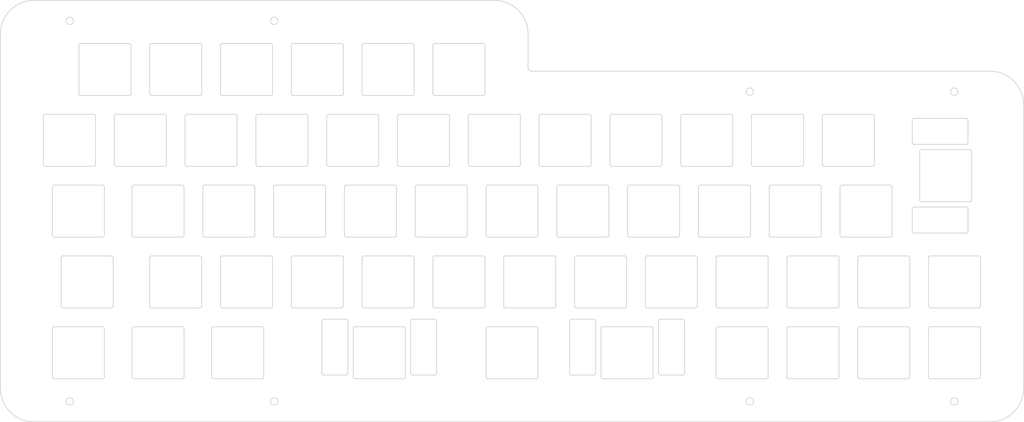
<source format=kicad_pcb>
(kicad_pcb (version 20171130) (host pcbnew "(5.1.4)-1")

  (general
    (thickness 1.6)
    (drawings 501)
    (tracks 0)
    (zones 0)
    (modules 0)
    (nets 1)
  )

  (page A4)
  (layers
    (0 F.Cu signal)
    (31 B.Cu signal)
    (32 B.Adhes user)
    (33 F.Adhes user)
    (34 B.Paste user)
    (35 F.Paste user)
    (36 B.SilkS user)
    (37 F.SilkS user)
    (38 B.Mask user)
    (39 F.Mask user)
    (40 Dwgs.User user)
    (41 Cmts.User user)
    (42 Eco1.User user)
    (43 Eco2.User user)
    (44 Edge.Cuts user)
    (45 Margin user)
    (46 B.CrtYd user)
    (47 F.CrtYd user)
    (48 B.Fab user)
    (49 F.Fab user)
  )

  (setup
    (last_trace_width 0.25)
    (trace_clearance 0.2)
    (zone_clearance 0.508)
    (zone_45_only no)
    (trace_min 0.2)
    (via_size 0.8)
    (via_drill 0.4)
    (via_min_size 0.4)
    (via_min_drill 0.3)
    (uvia_size 0.3)
    (uvia_drill 0.1)
    (uvias_allowed no)
    (uvia_min_size 0.2)
    (uvia_min_drill 0.1)
    (edge_width 0.05)
    (segment_width 0.2)
    (pcb_text_width 0.3)
    (pcb_text_size 1.5 1.5)
    (mod_edge_width 0.12)
    (mod_text_size 1 1)
    (mod_text_width 0.15)
    (pad_size 1.524 1.524)
    (pad_drill 0.762)
    (pad_to_mask_clearance 0.051)
    (solder_mask_min_width 0.25)
    (aux_axis_origin 0 0)
    (visible_elements FFFFFF7F)
    (pcbplotparams
      (layerselection 0x010fc_ffffffff)
      (usegerberextensions true)
      (usegerberattributes false)
      (usegerberadvancedattributes false)
      (creategerberjobfile false)
      (excludeedgelayer true)
      (linewidth 0.100000)
      (plotframeref false)
      (viasonmask false)
      (mode 1)
      (useauxorigin false)
      (hpglpennumber 1)
      (hpglpenspeed 20)
      (hpglpendiameter 15.000000)
      (psnegative false)
      (psa4output false)
      (plotreference true)
      (plotvalue true)
      (plotinvisibletext false)
      (padsonsilk false)
      (subtractmaskfromsilk true)
      (outputformat 1)
      (mirror false)
      (drillshape 0)
      (scaleselection 1)
      (outputdirectory ""))
  )

  (net 0 "")

  (net_class Default "This is the default net class."
    (clearance 0.2)
    (trace_width 0.25)
    (via_dia 0.8)
    (via_drill 0.4)
    (uvia_dia 0.3)
    (uvia_drill 0.1)
  )

  (gr_line (start 78.27 49.022) (end 78.27 62.022) (layer Edge.Cuts) (width 0.2))
  (gr_arc (start 115.87 49.022) (end 116.37 49.022) (angle -90) (layer Edge.Cuts) (width 0.2))
  (gr_line (start 102.87 62.522) (end 115.87 62.522) (layer Edge.Cuts) (width 0.2))
  (gr_line (start 97.32 49.022) (end 97.32 62.022) (layer Edge.Cuts) (width 0.2))
  (gr_arc (start 96.82 49.022) (end 97.32 49.022) (angle -90) (layer Edge.Cuts) (width 0.2))
  (gr_line (start 102.37 49.022) (end 102.37 62.022) (layer Edge.Cuts) (width 0.2))
  (gr_arc (start 77.77 62.022) (end 77.77 62.522) (angle -90) (layer Edge.Cuts) (width 0.2))
  (gr_arc (start 96.82 62.022) (end 96.82 62.522) (angle -90) (layer Edge.Cuts) (width 0.2))
  (gr_arc (start 83.82 49.022) (end 83.82 48.522) (angle -90) (layer Edge.Cuts) (width 0.2))
  (gr_arc (start 115.87 62.021999) (end 115.87 62.522) (angle -90) (layer Edge.Cuts) (width 0.2))
  (gr_arc (start 83.82 62.022) (end 83.32 62.022) (angle -90) (layer Edge.Cuts) (width 0.2))
  (gr_line (start 96.82 62.522) (end 83.82 62.522) (layer Edge.Cuts) (width 0.2))
  (gr_arc (start 64.77 62.022) (end 64.27 62.022) (angle -90) (layer Edge.Cuts) (width 0.2))
  (gr_line (start 64.27 62.022) (end 64.27 49.022) (layer Edge.Cuts) (width 0.2))
  (gr_line (start 77.77 62.522) (end 64.77 62.522) (layer Edge.Cuts) (width 0.2))
  (gr_arc (start 102.87 62.022) (end 102.37 62.022) (angle -90) (layer Edge.Cuts) (width 0.2))
  (gr_line (start 83.82 48.522) (end 96.82 48.522) (layer Edge.Cuts) (width 0.2))
  (gr_line (start 116.37 62.022) (end 116.37 49.022) (layer Edge.Cuts) (width 0.2))
  (gr_arc (start 77.77 49.022) (end 78.27 49.022) (angle -90) (layer Edge.Cuts) (width 0.2))
  (gr_arc (start 102.87 49.022) (end 102.87 48.522) (angle -90) (layer Edge.Cuts) (width 0.2))
  (gr_line (start 115.87 48.522) (end 102.87 48.522) (layer Edge.Cuts) (width 0.2))
  (gr_line (start 83.32 62.022) (end 83.32 49.022) (layer Edge.Cuts) (width 0.2))
  (gr_circle (center 271.220859 125.771918) (end 272.220859 125.771918) (layer Edge.Cuts) (width 0.2))
  (gr_circle (center 88.243859 125.771918) (end 89.243859 125.771918) (layer Edge.Cuts) (width 0.2))
  (gr_circle (center 33.243859 23.371919) (end 34.243859 23.371919) (layer Edge.Cuts) (width 0.2))
  (gr_line (start 280.82 131.272) (end 23.645 131.272) (layer Edge.Cuts) (width 0.2))
  (gr_circle (center 216.220859 42.421918) (end 217.220859 42.421918) (layer Edge.Cuts) (width 0.2))
  (gr_circle (center 216.220859 125.771918) (end 217.220859 125.771918) (layer Edge.Cuts) (width 0.2))
  (gr_circle (center 271.220859 42.421918) (end 272.220859 42.421918) (layer Edge.Cuts) (width 0.2))
  (gr_arc (start 23.645 122.197) (end 14.57 122.197) (angle -90) (layer Edge.Cuts) (width 0.2))
  (gr_circle (center 33.243859 125.771918) (end 34.243859 125.771918) (layer Edge.Cuts) (width 0.2))
  (gr_line (start 14.57 122.197) (end 14.57 26.947) (layer Edge.Cuts) (width 0.2))
  (gr_arc (start 280.819999 122.196999) (end 280.82 131.272) (angle -90) (layer Edge.Cuts) (width 0.2))
  (gr_line (start 93.345 100.622) (end 106.345 100.622) (layer Edge.Cuts) (width 0.2))
  (gr_line (start 149.995 100.122) (end 149.995 87.122) (layer Edge.Cuts) (width 0.2))
  (gr_line (start 150.495 86.622) (end 163.495 86.622) (layer Edge.Cuts) (width 0.2))
  (gr_arc (start 147.47 26.947) (end 156.545 26.947) (angle -90) (layer Edge.Cuts) (width 0.2))
  (gr_line (start 254.4825 68.072) (end 254.4825 81.072) (layer Edge.Cuts) (width 0.2))
  (gr_arc (start 163.495 87.122) (end 163.995 87.122) (angle -90) (layer Edge.Cuts) (width 0.2))
  (gr_line (start 92.845 87.122) (end 92.845 100.122) (layer Edge.Cuts) (width 0.2))
  (gr_arc (start 150.495 87.121999) (end 150.495 86.622) (angle -90) (layer Edge.Cuts) (width 0.2))
  (gr_line (start 240.9825 67.572) (end 253.9825 67.571999) (layer Edge.Cuts) (width 0.2))
  (gr_arc (start 253.9825 81.071999) (end 253.9825 81.572) (angle -90) (layer Edge.Cuts) (width 0.2))
  (gr_line (start 106.845 100.122) (end 106.845 87.122) (layer Edge.Cuts) (width 0.2))
  (gr_arc (start 106.345 100.122) (end 106.345 100.622) (angle -90) (layer Edge.Cuts) (width 0.2))
  (gr_line (start 289.895 45.996737) (end 289.895 122.196999) (layer Edge.Cuts) (width 0.2))
  (gr_arc (start 106.345 87.122) (end 106.845 87.122) (angle -90) (layer Edge.Cuts) (width 0.2))
  (gr_arc (start 280.82 45.996737) (end 289.895 45.996737) (angle -90) (layer Edge.Cuts) (width 0.2))
  (gr_line (start 272.322328 36.921737) (end 280.82 36.921737) (layer Edge.Cuts) (width 0.2))
  (gr_line (start 157.47 36.921737) (end 272.322328 36.921737) (layer Edge.Cuts) (width 0.2))
  (gr_arc (start 23.645 26.947) (end 23.645 17.872) (angle -90) (layer Edge.Cuts) (width 0.2))
  (gr_arc (start 240.9825 68.072) (end 240.9825 67.572) (angle -90) (layer Edge.Cuts) (width 0.2))
  (gr_line (start 163.495 100.622) (end 150.495 100.622) (layer Edge.Cuts) (width 0.2))
  (gr_arc (start 253.9825 68.072) (end 254.4825 68.072) (angle -90) (layer Edge.Cuts) (width 0.2))
  (gr_line (start 163.995 87.122) (end 163.995 100.122) (layer Edge.Cuts) (width 0.2))
  (gr_arc (start 240.9825 81.072) (end 240.4825 81.072) (angle -90) (layer Edge.Cuts) (width 0.2))
  (gr_line (start 253.9825 81.572) (end 240.9825 81.572) (layer Edge.Cuts) (width 0.2))
  (gr_circle (center 88.243743 23.371857) (end 89.243743 23.371857) (layer Edge.Cuts) (width 0.2))
  (gr_arc (start 93.345 100.122) (end 92.845 100.122) (angle -90) (layer Edge.Cuts) (width 0.2))
  (gr_arc (start 150.495 100.122) (end 149.995 100.122) (angle -90) (layer Edge.Cuts) (width 0.2))
  (gr_arc (start 157.47 35.996737) (end 156.545 35.996737) (angle -90) (layer Edge.Cuts) (width 0.2))
  (gr_arc (start 163.495 100.122) (end 163.495 100.622) (angle -90) (layer Edge.Cuts) (width 0.2))
  (gr_line (start 240.4825 81.072) (end 240.4825 68.072) (layer Edge.Cuts) (width 0.2))
  (gr_line (start 23.645 17.872) (end 147.47 17.872) (layer Edge.Cuts) (width 0.2))
  (gr_line (start 156.545 26.947) (end 156.545 35.996737) (layer Edge.Cuts) (width 0.2))
  (gr_line (start 73.795 100.122) (end 73.795 87.122) (layer Edge.Cuts) (width 0.2))
  (gr_line (start 68.744999 100.122) (end 68.744999 87.122) (layer Edge.Cuts) (width 0.2))
  (gr_arc (start 55.244999 87.122) (end 55.245 86.622) (angle -90) (layer Edge.Cuts) (width 0.2))
  (gr_arc (start 68.244999 87.122) (end 68.744999 87.122) (angle -90) (layer Edge.Cuts) (width 0.2))
  (gr_line (start 55.245 100.622) (end 68.245 100.622) (layer Edge.Cuts) (width 0.2))
  (gr_arc (start 93.345 87.122) (end 93.345 86.622) (angle -90) (layer Edge.Cuts) (width 0.2))
  (gr_arc (start 215.8825 81.071999) (end 215.8825 81.572) (angle -90) (layer Edge.Cuts) (width 0.2))
  (gr_arc (start 74.295 100.122) (end 73.795 100.122) (angle -90) (layer Edge.Cuts) (width 0.2))
  (gr_line (start 87.795 87.122) (end 87.795 100.122) (layer Edge.Cuts) (width 0.2))
  (gr_line (start 202.3825 68.072) (end 202.3825 81.072) (layer Edge.Cuts) (width 0.2))
  (gr_line (start 215.8825 67.572) (end 202.8825 67.572) (layer Edge.Cuts) (width 0.2))
  (gr_line (start 87.295 100.622) (end 74.295 100.622) (layer Edge.Cuts) (width 0.2))
  (gr_line (start 106.345 86.622) (end 93.345 86.622) (layer Edge.Cuts) (width 0.2))
  (gr_line (start 202.8825 81.572) (end 215.8825 81.572) (layer Edge.Cuts) (width 0.2))
  (gr_arc (start 202.8825 81.072) (end 202.3825 81.072) (angle -90) (layer Edge.Cuts) (width 0.2))
  (gr_arc (start 87.295 100.122) (end 87.295 100.622) (angle -90) (layer Edge.Cuts) (width 0.2))
  (gr_line (start 74.295 86.622) (end 87.295 86.622) (layer Edge.Cuts) (width 0.2))
  (gr_line (start 68.245 86.622) (end 55.245 86.622) (layer Edge.Cuts) (width 0.2))
  (gr_arc (start 55.245 100.122) (end 54.745 100.122) (angle -90) (layer Edge.Cuts) (width 0.2))
  (gr_arc (start 87.295 87.122) (end 87.795 87.122) (angle -90) (layer Edge.Cuts) (width 0.2))
  (gr_arc (start 68.244999 100.122) (end 68.245 100.622) (angle -90) (layer Edge.Cuts) (width 0.2))
  (gr_arc (start 215.8825 68.072) (end 216.3825 68.072) (angle -90) (layer Edge.Cuts) (width 0.2))
  (gr_line (start 216.3825 81.072) (end 216.3825 68.072) (layer Edge.Cuts) (width 0.2))
  (gr_line (start 54.745 87.122) (end 54.745 100.122) (layer Edge.Cuts) (width 0.2))
  (gr_arc (start 202.8825 68.072) (end 202.8825 67.572) (angle -90) (layer Edge.Cuts) (width 0.2))
  (gr_arc (start 74.295 87.122) (end 74.295 86.622) (angle -90) (layer Edge.Cuts) (width 0.2))
  (gr_arc (start 31.432499 87.122) (end 31.4325 86.622) (angle -90) (layer Edge.Cuts) (width 0.2))
  (gr_line (start 30.9325 100.122) (end 30.9325 87.122) (layer Edge.Cuts) (width 0.2))
  (gr_arc (start 31.4325 100.122) (end 30.9325 100.122) (angle -90) (layer Edge.Cuts) (width 0.2))
  (gr_arc (start 144.445 100.121999) (end 144.445 100.622) (angle -90) (layer Edge.Cuts) (width 0.2))
  (gr_line (start 125.895 87.122) (end 125.895 100.122) (layer Edge.Cuts) (width 0.2))
  (gr_arc (start 131.445 87.122) (end 131.445 86.622) (angle -90) (layer Edge.Cuts) (width 0.2))
  (gr_arc (start 125.395 87.122) (end 125.895 87.122) (angle -90) (layer Edge.Cuts) (width 0.2))
  (gr_line (start 144.945 100.122) (end 144.945 87.122) (layer Edge.Cuts) (width 0.2))
  (gr_line (start 44.4325 100.622) (end 31.4325 100.622) (layer Edge.Cuts) (width 0.2))
  (gr_arc (start 144.445 87.122) (end 144.945 87.122) (angle -90) (layer Edge.Cuts) (width 0.2))
  (gr_line (start 112.395 86.622) (end 125.395 86.622) (layer Edge.Cuts) (width 0.2))
  (gr_arc (start 120.6325 81.072) (end 120.6325 81.572) (angle -90) (layer Edge.Cuts) (width 0.2))
  (gr_arc (start 107.632499 68.072) (end 107.6325 67.572) (angle -90) (layer Edge.Cuts) (width 0.2))
  (gr_arc (start 112.395 100.122) (end 111.895 100.122) (angle -90) (layer Edge.Cuts) (width 0.2))
  (gr_line (start 125.395 100.622) (end 112.395 100.622) (layer Edge.Cuts) (width 0.2))
  (gr_arc (start 107.632499 81.072) (end 107.132499 81.072) (angle -90) (layer Edge.Cuts) (width 0.2))
  (gr_line (start 107.132499 81.072) (end 107.132499 68.072) (layer Edge.Cuts) (width 0.2))
  (gr_arc (start 44.4325 100.122) (end 44.4325 100.622) (angle -90) (layer Edge.Cuts) (width 0.2))
  (gr_line (start 107.6325 67.572) (end 120.6325 67.571999) (layer Edge.Cuts) (width 0.2))
  (gr_line (start 144.445 86.622) (end 131.445 86.622) (layer Edge.Cuts) (width 0.2))
  (gr_line (start 111.895 100.122) (end 111.895 87.122) (layer Edge.Cuts) (width 0.2))
  (gr_line (start 131.445 100.622) (end 144.445 100.622) (layer Edge.Cuts) (width 0.2))
  (gr_arc (start 112.395 87.122) (end 112.395 86.622) (angle -90) (layer Edge.Cuts) (width 0.2))
  (gr_line (start 130.945 87.122) (end 130.945 100.122) (layer Edge.Cuts) (width 0.2))
  (gr_arc (start 120.6325 68.072) (end 121.1325 68.072) (angle -90) (layer Edge.Cuts) (width 0.2))
  (gr_line (start 44.9325 87.122) (end 44.9325 100.122) (layer Edge.Cuts) (width 0.2))
  (gr_arc (start 44.4325 87.122) (end 44.9325 87.122) (angle -90) (layer Edge.Cuts) (width 0.2))
  (gr_arc (start 131.445 100.122) (end 130.945 100.122) (angle -90) (layer Edge.Cuts) (width 0.2))
  (gr_arc (start 125.395 100.122) (end 125.395 100.622) (angle -90) (layer Edge.Cuts) (width 0.2))
  (gr_line (start 121.1325 68.072) (end 121.1325 81.072) (layer Edge.Cuts) (width 0.2))
  (gr_line (start 120.6325 81.572) (end 107.6325 81.572) (layer Edge.Cuts) (width 0.2))
  (gr_line (start 31.4325 86.622) (end 44.4325 86.622) (layer Edge.Cuts) (width 0.2))
  (gr_line (start 259.91375 79.985) (end 259.91375 73.985) (layer Edge.Cuts) (width 0.2))
  (gr_line (start 274.91375 73.985) (end 274.91375 79.985) (layer Edge.Cuts) (width 0.2))
  (gr_arc (start 88.5825 81.072) (end 88.0825 81.072) (angle -90) (layer Edge.Cuts) (width 0.2))
  (gr_line (start 101.5825 81.572) (end 88.5825 81.572) (layer Edge.Cuts) (width 0.2))
  (gr_arc (start 101.5825 81.072) (end 101.5825 81.572) (angle -90) (layer Edge.Cuts) (width 0.2))
  (gr_line (start 102.0825 68.072) (end 102.0825 81.072) (layer Edge.Cuts) (width 0.2))
  (gr_arc (start 101.5825 68.072) (end 102.0825 68.072) (angle -90) (layer Edge.Cuts) (width 0.2))
  (gr_arc (start 88.5825 68.072) (end 88.5825 67.572) (angle -90) (layer Edge.Cuts) (width 0.2))
  (gr_line (start 178.2825 68.072) (end 178.2825 81.072) (layer Edge.Cuts) (width 0.2))
  (gr_line (start 88.5825 67.572) (end 101.5825 67.572) (layer Edge.Cuts) (width 0.2))
  (gr_line (start 88.0825 81.072) (end 88.0825 68.072) (layer Edge.Cuts) (width 0.2))
  (gr_line (start 164.7825 67.572) (end 177.7825 67.571999) (layer Edge.Cuts) (width 0.2))
  (gr_line (start 164.2825 81.072) (end 164.2825 68.072) (layer Edge.Cuts) (width 0.2))
  (gr_line (start 177.7825 81.572) (end 164.7825 81.572) (layer Edge.Cuts) (width 0.2))
  (gr_arc (start 177.7825 81.071999) (end 177.7825 81.572) (angle -90) (layer Edge.Cuts) (width 0.2))
  (gr_arc (start 260.41375 73.985) (end 260.41375 73.485) (angle -90) (layer Edge.Cuts) (width 0.2))
  (gr_arc (start 164.7825 68.072) (end 164.7825 67.572) (angle -90) (layer Edge.Cuts) (width 0.2))
  (gr_arc (start 177.7825 68.072) (end 178.2825 68.072) (angle -90) (layer Edge.Cuts) (width 0.2))
  (gr_line (start 260.41375 73.485) (end 274.41375 73.485) (layer Edge.Cuts) (width 0.2))
  (gr_arc (start 260.41375 79.985) (end 259.91375 79.985) (angle -90) (layer Edge.Cuts) (width 0.2))
  (gr_arc (start 274.41375 73.985) (end 274.91375 73.985) (angle -90) (layer Edge.Cuts) (width 0.2))
  (gr_arc (start 274.41375 79.985) (end 274.41375 80.485) (angle -90) (layer Edge.Cuts) (width 0.2))
  (gr_arc (start 236.22 62.022) (end 235.72 62.022) (angle -90) (layer Edge.Cuts) (width 0.2))
  (gr_line (start 249.22 62.522) (end 236.22 62.522) (layer Edge.Cuts) (width 0.2))
  (gr_arc (start 164.7825 81.072) (end 164.2825 81.072) (angle -90) (layer Edge.Cuts) (width 0.2))
  (gr_line (start 274.41375 80.485) (end 260.41375 80.485) (layer Edge.Cuts) (width 0.2))
  (gr_line (start 183.8325 81.572) (end 196.8325 81.572) (layer Edge.Cuts) (width 0.2))
  (gr_arc (start 183.8325 81.072) (end 183.3325 81.072) (angle -90) (layer Edge.Cuts) (width 0.2))
  (gr_line (start 183.3325 68.072) (end 183.3325 81.072) (layer Edge.Cuts) (width 0.2))
  (gr_arc (start 183.8325 68.072) (end 183.8325 67.572) (angle -90) (layer Edge.Cuts) (width 0.2))
  (gr_arc (start 234.9325 81.071999) (end 234.9325 81.572) (angle -90) (layer Edge.Cuts) (width 0.2))
  (gr_line (start 159.2325 68.072) (end 159.2325 81.072) (layer Edge.Cuts) (width 0.2))
  (gr_line (start 196.8325 67.572) (end 183.8325 67.572) (layer Edge.Cuts) (width 0.2))
  (gr_arc (start 196.8325 68.072) (end 197.3325 68.072) (angle -90) (layer Edge.Cuts) (width 0.2))
  (gr_arc (start 234.9325 68.072) (end 235.4325 68.072) (angle -90) (layer Edge.Cuts) (width 0.2))
  (gr_line (start 235.4325 81.072) (end 235.4325 68.072) (layer Edge.Cuts) (width 0.2))
  (gr_line (start 140.1825 68.072) (end 140.1825 81.072) (layer Edge.Cuts) (width 0.2))
  (gr_line (start 221.9325 81.572) (end 234.9325 81.572) (layer Edge.Cuts) (width 0.2))
  (gr_line (start 197.3325 81.072) (end 197.3325 68.072) (layer Edge.Cuts) (width 0.2))
  (gr_arc (start 158.7325 68.072) (end 159.2325 68.072) (angle -90) (layer Edge.Cuts) (width 0.2))
  (gr_arc (start 158.7325 81.072) (end 158.7325 81.572) (angle -90) (layer Edge.Cuts) (width 0.2))
  (gr_arc (start 139.6825 68.072) (end 140.1825 68.072) (angle -90) (layer Edge.Cuts) (width 0.2))
  (gr_line (start 126.6825 67.572) (end 139.6825 67.571999) (layer Edge.Cuts) (width 0.2))
  (gr_line (start 126.1825 81.072) (end 126.1825 68.072) (layer Edge.Cuts) (width 0.2))
  (gr_arc (start 221.9325 68.071999) (end 221.9325 67.572) (angle -90) (layer Edge.Cuts) (width 0.2))
  (gr_line (start 234.9325 67.572) (end 221.9325 67.572) (layer Edge.Cuts) (width 0.2))
  (gr_line (start 145.7325 67.572) (end 158.7325 67.571999) (layer Edge.Cuts) (width 0.2))
  (gr_line (start 145.2325 81.072) (end 145.2325 68.072) (layer Edge.Cuts) (width 0.2))
  (gr_arc (start 145.7325 81.072) (end 145.2325 81.072) (angle -90) (layer Edge.Cuts) (width 0.2))
  (gr_arc (start 126.6825 81.072) (end 126.1825 81.072) (angle -90) (layer Edge.Cuts) (width 0.2))
  (gr_line (start 139.6825 81.572) (end 126.6825 81.572) (layer Edge.Cuts) (width 0.2))
  (gr_arc (start 139.6825 81.072) (end 139.6825 81.572) (angle -90) (layer Edge.Cuts) (width 0.2))
  (gr_arc (start 221.9325 81.072) (end 221.4325 81.072) (angle -90) (layer Edge.Cuts) (width 0.2))
  (gr_line (start 158.7325 81.572) (end 145.7325 81.572) (layer Edge.Cuts) (width 0.2))
  (gr_arc (start 126.6825 68.072) (end 126.6825 67.572) (angle -90) (layer Edge.Cuts) (width 0.2))
  (gr_line (start 221.4325 68.072) (end 221.4325 81.072) (layer Edge.Cuts) (width 0.2))
  (gr_arc (start 196.8325 81.071999) (end 196.8325 81.572) (angle -90) (layer Edge.Cuts) (width 0.2))
  (gr_arc (start 145.7325 68.072) (end 145.7325 67.572) (angle -90) (layer Edge.Cuts) (width 0.2))
  (gr_line (start 230.67 49.022) (end 230.67 62.022) (layer Edge.Cuts) (width 0.2))
  (gr_arc (start 249.22 62.022) (end 249.22 62.522) (angle -90) (layer Edge.Cuts) (width 0.2))
  (gr_line (start 217.17 48.522) (end 230.17 48.521999) (layer Edge.Cuts) (width 0.2))
  (gr_arc (start 29.05125 68.072) (end 29.05125 67.572) (angle -90) (layer Edge.Cuts) (width 0.2))
  (gr_arc (start 63.4825 68.072) (end 63.9825 68.072) (angle -90) (layer Edge.Cuts) (width 0.2))
  (gr_arc (start 249.22 49.021999) (end 249.72 49.022) (angle -90) (layer Edge.Cuts) (width 0.2))
  (gr_line (start 249.72 49.022) (end 249.72 62.022) (layer Edge.Cuts) (width 0.2))
  (gr_line (start 49.9825 68.072) (end 49.9825 81.072) (layer Edge.Cuts) (width 0.2))
  (gr_line (start 236.22 48.522) (end 249.22 48.521999) (layer Edge.Cuts) (width 0.2))
  (gr_line (start 42.55125 81.072) (end 42.55125 68.072) (layer Edge.Cuts) (width 0.2))
  (gr_arc (start 236.22 49.022) (end 236.22 48.522) (angle -90) (layer Edge.Cuts) (width 0.2))
  (gr_arc (start 42.05125 68.072) (end 42.55125 68.072) (angle -90) (layer Edge.Cuts) (width 0.2))
  (gr_arc (start 42.05125 81.072) (end 42.05125 81.572) (angle -90) (layer Edge.Cuts) (width 0.2))
  (gr_line (start 29.051249 81.572) (end 42.05125 81.572) (layer Edge.Cuts) (width 0.2))
  (gr_arc (start 29.051249 81.072) (end 28.55125 81.072) (angle -90) (layer Edge.Cuts) (width 0.2))
  (gr_line (start 235.72 62.022) (end 235.72 49.022) (layer Edge.Cuts) (width 0.2))
  (gr_arc (start 63.4825 81.071999) (end 63.4825 81.572) (angle -90) (layer Edge.Cuts) (width 0.2))
  (gr_line (start 50.4825 81.572) (end 63.4825 81.572) (layer Edge.Cuts) (width 0.2))
  (gr_arc (start 50.482499 81.072) (end 49.9825 81.072) (angle -90) (layer Edge.Cuts) (width 0.2))
  (gr_arc (start 230.17 49.021999) (end 230.67 49.022) (angle -90) (layer Edge.Cuts) (width 0.2))
  (gr_line (start 28.55125 68.072) (end 28.55125 81.072) (layer Edge.Cuts) (width 0.2))
  (gr_arc (start 50.4825 68.072) (end 50.4825 67.572) (angle -90) (layer Edge.Cuts) (width 0.2))
  (gr_line (start 42.05125 67.572) (end 29.05125 67.572) (layer Edge.Cuts) (width 0.2))
  (gr_arc (start 230.17 62.022) (end 230.17 62.522) (angle -90) (layer Edge.Cuts) (width 0.2))
  (gr_line (start 63.4825 67.572) (end 50.4825 67.572) (layer Edge.Cuts) (width 0.2))
  (gr_line (start 63.9825 81.072) (end 63.9825 68.072) (layer Edge.Cuts) (width 0.2))
  (gr_arc (start 217.17 62.022) (end 216.67 62.022) (angle -90) (layer Edge.Cuts) (width 0.2))
  (gr_arc (start 262.41375 58.547) (end 262.41375 58.047) (angle -90) (layer Edge.Cuts) (width 0.2))
  (gr_line (start 261.91375 71.547) (end 261.91375 58.547) (layer Edge.Cuts) (width 0.2))
  (gr_arc (start 262.41375 71.547) (end 261.91375 71.547) (angle -90) (layer Edge.Cuts) (width 0.2))
  (gr_arc (start 274.41375 56.109) (end 274.41375 56.609) (angle -90) (layer Edge.Cuts) (width 0.2))
  (gr_line (start 69.0325 68.072) (end 69.0325 81.072) (layer Edge.Cuts) (width 0.2))
  (gr_line (start 274.91375 50.109) (end 274.91375 56.109) (layer Edge.Cuts) (width 0.2))
  (gr_line (start 274.41375 56.609) (end 260.41375 56.609) (layer Edge.Cuts) (width 0.2))
  (gr_line (start 69.5325 81.572) (end 82.5325 81.572) (layer Edge.Cuts) (width 0.2))
  (gr_arc (start 82.5325 81.072) (end 82.5325 81.572) (angle -90) (layer Edge.Cuts) (width 0.2))
  (gr_line (start 275.41375 72.046999) (end 262.41375 72.047) (layer Edge.Cuts) (width 0.2))
  (gr_arc (start 275.41375 71.546999) (end 275.41375 72.046999) (angle -90) (layer Edge.Cuts) (width 0.2))
  (gr_arc (start 277.795 119.172) (end 277.795 119.672) (angle -90) (layer Edge.Cuts) (width 0.2))
  (gr_arc (start 260.41375 56.109) (end 259.91375 56.109) (angle -90) (layer Edge.Cuts) (width 0.2))
  (gr_line (start 259.91375 56.109) (end 259.91375 50.109) (layer Edge.Cuts) (width 0.2))
  (gr_arc (start 274.41375 50.108999) (end 274.91375 50.109) (angle -90) (layer Edge.Cuts) (width 0.2))
  (gr_arc (start 264.795 119.171999) (end 264.295 119.172) (angle -90) (layer Edge.Cuts) (width 0.2))
  (gr_arc (start 275.41375 58.547) (end 275.91375 58.547) (angle -90) (layer Edge.Cuts) (width 0.2))
  (gr_arc (start 69.5325 81.072) (end 69.0325 81.072) (angle -90) (layer Edge.Cuts) (width 0.2))
  (gr_arc (start 82.5325 68.071999) (end 83.0325 68.072) (angle -90) (layer Edge.Cuts) (width 0.2))
  (gr_arc (start 260.41375 50.109) (end 260.41375 49.609) (angle -90) (layer Edge.Cuts) (width 0.2))
  (gr_arc (start 69.5325 68.072) (end 69.5325 67.572) (angle -90) (layer Edge.Cuts) (width 0.2))
  (gr_line (start 260.41375 49.609) (end 274.41375 49.608999) (layer Edge.Cuts) (width 0.2))
  (gr_line (start 82.5325 67.572) (end 69.5325 67.572) (layer Edge.Cuts) (width 0.2))
  (gr_line (start 83.0325 81.072) (end 83.0325 68.072) (layer Edge.Cuts) (width 0.2))
  (gr_line (start 230.17 62.522) (end 217.17 62.522) (layer Edge.Cuts) (width 0.2))
  (gr_line (start 262.41375 58.047) (end 275.41375 58.046999) (layer Edge.Cuts) (width 0.2))
  (gr_line (start 275.91375 58.547) (end 275.91375 71.547) (layer Edge.Cuts) (width 0.2))
  (gr_line (start 277.795 119.672) (end 264.795 119.672) (layer Edge.Cuts) (width 0.2))
  (gr_line (start 278.295 106.172) (end 278.295 119.172) (layer Edge.Cuts) (width 0.2))
  (gr_arc (start 217.17 49.022) (end 217.17 48.522) (angle -90) (layer Edge.Cuts) (width 0.2))
  (gr_line (start 216.67 62.022) (end 216.67 49.022) (layer Edge.Cuts) (width 0.2))
  (gr_arc (start 264.795 106.172) (end 264.795 105.672) (angle -90) (layer Edge.Cuts) (width 0.2))
  (gr_arc (start 245.745 119.171999) (end 245.245 119.172) (angle -90) (layer Edge.Cuts) (width 0.2))
  (gr_arc (start 220.645 119.172) (end 220.645 119.672) (angle -90) (layer Edge.Cuts) (width 0.2))
  (gr_line (start 71.41375 119.172) (end 71.41375 106.172) (layer Edge.Cuts) (width 0.2))
  (gr_arc (start 71.91375 119.172) (end 71.41375 119.172) (angle -90) (layer Edge.Cuts) (width 0.2))
  (gr_line (start 207.645 119.672) (end 220.645 119.672) (layer Edge.Cuts) (width 0.2))
  (gr_arc (start 207.645 119.171999) (end 207.145 119.172) (angle -90) (layer Edge.Cuts) (width 0.2))
  (gr_line (start 207.145 106.172) (end 207.145 119.172) (layer Edge.Cuts) (width 0.2))
  (gr_arc (start 207.645 106.172) (end 207.645 105.672) (angle -90) (layer Edge.Cuts) (width 0.2))
  (gr_arc (start 84.91375 119.171999) (end 84.91375 119.672) (angle -90) (layer Edge.Cuts) (width 0.2))
  (gr_line (start 221.145 119.172) (end 221.145 106.172) (layer Edge.Cuts) (width 0.2))
  (gr_line (start 220.645 105.672) (end 207.645 105.672) (layer Edge.Cuts) (width 0.2))
  (gr_arc (start 220.645 106.172) (end 221.145 106.172) (angle -90) (layer Edge.Cuts) (width 0.2))
  (gr_line (start 71.91375 105.672) (end 84.91375 105.672) (layer Edge.Cuts) (width 0.2))
  (gr_line (start 84.91375 119.672) (end 71.91375 119.672) (layer Edge.Cuts) (width 0.2))
  (gr_line (start 85.41375 106.172) (end 85.41375 119.172) (layer Edge.Cuts) (width 0.2))
  (gr_arc (start 258.745 119.172) (end 258.745 119.672) (angle -90) (layer Edge.Cuts) (width 0.2))
  (gr_arc (start 258.745 106.172) (end 259.245 106.172) (angle -90) (layer Edge.Cuts) (width 0.2))
  (gr_arc (start 84.91375 106.172) (end 85.41375 106.172) (angle -90) (layer Edge.Cuts) (width 0.2))
  (gr_line (start 264.295 119.172) (end 264.295 106.172) (layer Edge.Cuts) (width 0.2))
  (gr_line (start 245.245 119.172) (end 245.245 106.172) (layer Edge.Cuts) (width 0.2))
  (gr_line (start 258.745 119.672) (end 245.745 119.672) (layer Edge.Cuts) (width 0.2))
  (gr_arc (start 71.91375 106.172) (end 71.91375 105.672) (angle -90) (layer Edge.Cuts) (width 0.2))
  (gr_line (start 259.245 106.172) (end 259.245 119.172) (layer Edge.Cuts) (width 0.2))
  (gr_arc (start 277.795 106.172) (end 278.295 106.172) (angle -90) (layer Edge.Cuts) (width 0.2))
  (gr_line (start 264.795 105.672) (end 277.795 105.672) (layer Edge.Cuts) (width 0.2))
  (gr_arc (start 188.595 100.122) (end 188.095 100.122) (angle -90) (layer Edge.Cuts) (width 0.2))
  (gr_line (start 201.595 100.622) (end 188.595 100.622) (layer Edge.Cuts) (width 0.2))
  (gr_arc (start 226.695 106.172) (end 226.695 105.672) (angle -90) (layer Edge.Cuts) (width 0.2))
  (gr_line (start 109.51375 119.172) (end 109.51375 106.172) (layer Edge.Cuts) (width 0.2))
  (gr_arc (start 226.695 119.171999) (end 226.195 119.172) (angle -90) (layer Edge.Cuts) (width 0.2))
  (gr_line (start 167.75075 118.172) (end 167.75075 104.172) (layer Edge.Cuts) (width 0.2))
  (gr_arc (start 201.595 100.122) (end 201.595 100.622) (angle -90) (layer Edge.Cuts) (width 0.2))
  (gr_line (start 239.695 119.672) (end 226.695 119.672) (layer Edge.Cuts) (width 0.2))
  (gr_arc (start 174.25075 104.172) (end 174.75075 104.172) (angle -90) (layer Edge.Cuts) (width 0.2))
  (gr_arc (start 168.25075 118.172) (end 167.75075 118.172) (angle -90) (layer Edge.Cuts) (width 0.2))
  (gr_line (start 188.595 86.622) (end 201.595 86.622) (layer Edge.Cuts) (width 0.2))
  (gr_arc (start 123.01375 119.172) (end 123.01375 119.672) (angle -90) (layer Edge.Cuts) (width 0.2))
  (gr_line (start 174.75075 104.172) (end 174.75075 118.172) (layer Edge.Cuts) (width 0.2))
  (gr_line (start 188.095 100.122) (end 188.095 87.122) (layer Edge.Cuts) (width 0.2))
  (gr_arc (start 201.595 87.122) (end 202.095 87.122) (angle -90) (layer Edge.Cuts) (width 0.2))
  (gr_line (start 123.51375 106.172) (end 123.51375 119.172) (layer Edge.Cuts) (width 0.2))
  (gr_arc (start 123.01375 106.172) (end 123.51375 106.172) (angle -90) (layer Edge.Cuts) (width 0.2))
  (gr_line (start 110.01375 105.672) (end 123.01375 105.672) (layer Edge.Cuts) (width 0.2))
  (gr_arc (start 168.25075 104.172) (end 168.25075 103.672) (angle -90) (layer Edge.Cuts) (width 0.2))
  (gr_arc (start 174.25075 118.172) (end 174.25075 118.672) (angle -90) (layer Edge.Cuts) (width 0.2))
  (gr_line (start 226.195 119.172) (end 226.195 106.172) (layer Edge.Cuts) (width 0.2))
  (gr_line (start 245.745 105.672) (end 258.745 105.672) (layer Edge.Cuts) (width 0.2))
  (gr_line (start 240.195 106.172) (end 240.195 119.172) (layer Edge.Cuts) (width 0.2))
  (gr_arc (start 239.695 106.172) (end 240.195 106.172) (angle -90) (layer Edge.Cuts) (width 0.2))
  (gr_arc (start 110.01375 106.172) (end 110.01375 105.672) (angle -90) (layer Edge.Cuts) (width 0.2))
  (gr_arc (start 245.745 106.172) (end 245.745 105.672) (angle -90) (layer Edge.Cuts) (width 0.2))
  (gr_line (start 226.695 105.672) (end 239.695 105.672) (layer Edge.Cuts) (width 0.2))
  (gr_arc (start 239.695 119.172) (end 239.695 119.672) (angle -90) (layer Edge.Cuts) (width 0.2))
  (gr_line (start 174.25075 118.672) (end 168.25075 118.672) (layer Edge.Cuts) (width 0.2))
  (gr_line (start 168.25075 103.672) (end 174.25075 103.672) (layer Edge.Cuts) (width 0.2))
  (gr_line (start 202.095 87.122) (end 202.095 100.122) (layer Edge.Cuts) (width 0.2))
  (gr_arc (start 188.595 87.122) (end 188.595 86.622) (angle -90) (layer Edge.Cuts) (width 0.2))
  (gr_arc (start 107.57575 104.172) (end 108.07575 104.172) (angle -90) (layer Edge.Cuts) (width 0.2))
  (gr_arc (start 226.695 87.122) (end 226.695 86.622) (angle -90) (layer Edge.Cuts) (width 0.2))
  (gr_line (start 240.195 100.122) (end 240.195 87.122) (layer Edge.Cuts) (width 0.2))
  (gr_arc (start 264.795 87.122) (end 264.795 86.622) (angle -90) (layer Edge.Cuts) (width 0.2))
  (gr_line (start 226.695 100.622) (end 239.695 100.622) (layer Edge.Cuts) (width 0.2))
  (gr_line (start 226.195 87.122) (end 226.195 100.122) (layer Edge.Cuts) (width 0.2))
  (gr_line (start 264.295 100.122) (end 264.295 87.122) (layer Edge.Cuts) (width 0.2))
  (gr_line (start 264.795 86.622) (end 277.795 86.622) (layer Edge.Cuts) (width 0.2))
  (gr_line (start 101.57575 103.672) (end 107.57575 103.672) (layer Edge.Cuts) (width 0.2))
  (gr_arc (start 110.01375 119.171999) (end 109.51375 119.172) (angle -90) (layer Edge.Cuts) (width 0.2))
  (gr_line (start 101.07575 118.172) (end 101.07575 104.172) (layer Edge.Cuts) (width 0.2))
  (gr_arc (start 101.57575 118.172) (end 101.07575 118.172) (angle -90) (layer Edge.Cuts) (width 0.2))
  (gr_arc (start 226.695 100.121999) (end 226.195 100.122) (angle -90) (layer Edge.Cuts) (width 0.2))
  (gr_line (start 108.07575 104.172) (end 108.07575 118.172) (layer Edge.Cuts) (width 0.2))
  (gr_line (start 239.695 86.622) (end 226.695 86.622) (layer Edge.Cuts) (width 0.2))
  (gr_line (start 123.01375 119.672) (end 110.01375 119.672) (layer Edge.Cuts) (width 0.2))
  (gr_line (start 245.745 100.622) (end 258.745 100.622) (layer Edge.Cuts) (width 0.2))
  (gr_line (start 245.245 87.122) (end 245.245 100.122) (layer Edge.Cuts) (width 0.2))
  (gr_arc (start 101.57575 104.172) (end 101.57575 103.672) (angle -90) (layer Edge.Cuts) (width 0.2))
  (gr_arc (start 239.695 87.122) (end 240.195 87.122) (angle -90) (layer Edge.Cuts) (width 0.2))
  (gr_arc (start 239.695 100.122) (end 239.695 100.622) (angle -90) (layer Edge.Cuts) (width 0.2))
  (gr_arc (start 258.745 87.122) (end 259.245 87.122) (angle -90) (layer Edge.Cuts) (width 0.2))
  (gr_arc (start 107.57575 118.172) (end 107.57575 118.672) (angle -90) (layer Edge.Cuts) (width 0.2))
  (gr_line (start 259.245 100.122) (end 259.245 87.122) (layer Edge.Cuts) (width 0.2))
  (gr_arc (start 245.745 87.122) (end 245.745 86.622) (angle -90) (layer Edge.Cuts) (width 0.2))
  (gr_arc (start 258.745 100.122) (end 258.745 100.622) (angle -90) (layer Edge.Cuts) (width 0.2))
  (gr_arc (start 245.745 100.121999) (end 245.245 100.122) (angle -90) (layer Edge.Cuts) (width 0.2))
  (gr_line (start 258.745 86.622) (end 245.745 86.622) (layer Edge.Cuts) (width 0.2))
  (gr_line (start 107.57575 118.672) (end 101.57575 118.672) (layer Edge.Cuts) (width 0.2))
  (gr_arc (start 277.795 100.122) (end 277.795 100.622) (angle -90) (layer Edge.Cuts) (width 0.2))
  (gr_line (start 278.295 87.122) (end 278.295 100.122) (layer Edge.Cuts) (width 0.2))
  (gr_arc (start 198.12675 104.171999) (end 198.62675 104.172) (angle -90) (layer Edge.Cuts) (width 0.2))
  (gr_line (start 183.045 100.122) (end 183.045 87.122) (layer Edge.Cuts) (width 0.2))
  (gr_arc (start 182.545 100.122) (end 182.545 100.622) (angle -90) (layer Edge.Cuts) (width 0.2))
  (gr_arc (start 277.795 87.122) (end 278.295 87.122) (angle -90) (layer Edge.Cuts) (width 0.2))
  (gr_line (start 192.12675 103.672) (end 198.12675 103.672) (layer Edge.Cuts) (width 0.2))
  (gr_arc (start 192.12675 118.172) (end 191.62675 118.172) (angle -90) (layer Edge.Cuts) (width 0.2))
  (gr_arc (start 198.12675 118.172) (end 198.12675 118.672) (angle -90) (layer Edge.Cuts) (width 0.2))
  (gr_arc (start 220.645 87.122) (end 221.145 87.122) (angle -90) (layer Edge.Cuts) (width 0.2))
  (gr_arc (start 169.545 100.122) (end 169.045 100.122) (angle -90) (layer Edge.Cuts) (width 0.2))
  (gr_arc (start 207.645 87.122) (end 207.645 86.622) (angle -90) (layer Edge.Cuts) (width 0.2))
  (gr_line (start 221.145 100.122) (end 221.145 87.122) (layer Edge.Cuts) (width 0.2))
  (gr_arc (start 220.645 100.122) (end 220.645 100.622) (angle -90) (layer Edge.Cuts) (width 0.2))
  (gr_line (start 207.145 87.122) (end 207.145 100.122) (layer Edge.Cuts) (width 0.2))
  (gr_arc (start 207.645 100.121999) (end 207.145 100.122) (angle -90) (layer Edge.Cuts) (width 0.2))
  (gr_line (start 207.645 100.622) (end 220.645 100.622) (layer Edge.Cuts) (width 0.2))
  (gr_line (start 169.045 87.122) (end 169.045 100.122) (layer Edge.Cuts) (width 0.2))
  (gr_line (start 220.645 86.622) (end 207.645 86.622) (layer Edge.Cuts) (width 0.2))
  (gr_line (start 169.545 100.622) (end 182.545 100.622) (layer Edge.Cuts) (width 0.2))
  (gr_line (start 182.545 86.622) (end 169.545 86.622) (layer Edge.Cuts) (width 0.2))
  (gr_line (start 191.62675 118.172) (end 191.62675 104.172) (layer Edge.Cuts) (width 0.2))
  (gr_arc (start 264.795 100.122) (end 264.295 100.122) (angle -90) (layer Edge.Cuts) (width 0.2))
  (gr_line (start 198.12675 118.672) (end 192.12675 118.672) (layer Edge.Cuts) (width 0.2))
  (gr_arc (start 182.545 87.122) (end 183.045 87.122) (angle -90) (layer Edge.Cuts) (width 0.2))
  (gr_line (start 277.795 100.622) (end 264.795 100.622) (layer Edge.Cuts) (width 0.2))
  (gr_line (start 198.62675 104.172) (end 198.62675 118.172) (layer Edge.Cuts) (width 0.2))
  (gr_arc (start 192.12675 104.172) (end 192.12675 103.672) (angle -90) (layer Edge.Cuts) (width 0.2))
  (gr_arc (start 169.545 87.122) (end 169.545 86.622) (angle -90) (layer Edge.Cuts) (width 0.2))
  (gr_arc (start 189.68875 106.172) (end 190.18875 106.172) (angle -90) (layer Edge.Cuts) (width 0.2))
  (gr_line (start 131.45175 118.672) (end 125.45175 118.672) (layer Edge.Cuts) (width 0.2))
  (gr_line (start 176.68875 105.672) (end 189.68875 105.672) (layer Edge.Cuts) (width 0.2))
  (gr_arc (start 176.68875 106.172) (end 176.68875 105.672) (angle -90) (layer Edge.Cuts) (width 0.2))
  (gr_line (start 176.18875 119.172) (end 176.18875 106.172) (layer Edge.Cuts) (width 0.2))
  (gr_arc (start 158.7325 119.172) (end 158.7325 119.672) (angle -90) (layer Edge.Cuts) (width 0.2))
  (gr_line (start 159.2325 106.172) (end 159.2325 119.172) (layer Edge.Cuts) (width 0.2))
  (gr_arc (start 131.45175 118.172) (end 131.45175 118.672) (angle -90) (layer Edge.Cuts) (width 0.2))
  (gr_arc (start 176.68875 119.172) (end 176.18875 119.172) (angle -90) (layer Edge.Cuts) (width 0.2))
  (gr_line (start 189.68875 119.672) (end 176.68875 119.672) (layer Edge.Cuts) (width 0.2))
  (gr_line (start 125.45175 103.672) (end 131.45175 103.672) (layer Edge.Cuts) (width 0.2))
  (gr_arc (start 145.7325 119.171999) (end 145.2325 119.172) (angle -90) (layer Edge.Cuts) (width 0.2))
  (gr_line (start 158.7325 119.672) (end 145.7325 119.672) (layer Edge.Cuts) (width 0.2))
  (gr_line (start 49.9825 119.172) (end 49.9825 106.172) (layer Edge.Cuts) (width 0.2))
  (gr_arc (start 50.4825 106.172) (end 50.4825 105.672) (angle -90) (layer Edge.Cuts) (width 0.2))
  (gr_arc (start 158.7325 106.172) (end 159.2325 106.172) (angle -90) (layer Edge.Cuts) (width 0.2))
  (gr_line (start 63.4825 119.672) (end 50.4825 119.672) (layer Edge.Cuts) (width 0.2))
  (gr_arc (start 145.7325 106.172) (end 145.7325 105.672) (angle -90) (layer Edge.Cuts) (width 0.2))
  (gr_arc (start 125.45175 104.172) (end 125.45175 103.672) (angle -90) (layer Edge.Cuts) (width 0.2))
  (gr_line (start 124.95175 118.172) (end 124.95175 104.172) (layer Edge.Cuts) (width 0.2))
  (gr_arc (start 125.45175 118.172) (end 124.95175 118.172) (angle -90) (layer Edge.Cuts) (width 0.2))
  (gr_line (start 131.95175 104.172) (end 131.95175 118.172) (layer Edge.Cuts) (width 0.2))
  (gr_arc (start 131.45175 104.172) (end 131.95175 104.172) (angle -90) (layer Edge.Cuts) (width 0.2))
  (gr_line (start 145.2325 119.172) (end 145.2325 106.172) (layer Edge.Cuts) (width 0.2))
  (gr_arc (start 189.68875 119.172) (end 189.68875 119.672) (angle -90) (layer Edge.Cuts) (width 0.2))
  (gr_line (start 190.18875 106.172) (end 190.18875 119.172) (layer Edge.Cuts) (width 0.2))
  (gr_line (start 145.7325 105.672) (end 158.7325 105.672) (layer Edge.Cuts) (width 0.2))
  (gr_arc (start 50.4825 119.172) (end 49.9825 119.172) (angle -90) (layer Edge.Cuts) (width 0.2))
  (gr_line (start 50.4825 105.672) (end 63.4825 105.672) (layer Edge.Cuts) (width 0.2))
  (gr_arc (start 39.669999 62.022) (end 39.669999 62.522) (angle -90) (layer Edge.Cuts) (width 0.2))
  (gr_arc (start 26.67 62.022) (end 26.17 62.022) (angle -90) (layer Edge.Cuts) (width 0.2))
  (gr_arc (start 26.669999 49.022) (end 26.67 48.522) (angle -90) (layer Edge.Cuts) (width 0.2))
  (gr_arc (start 63.4825 119.172) (end 63.4825 119.672) (angle -90) (layer Edge.Cuts) (width 0.2))
  (gr_line (start 63.9825 106.172) (end 63.9825 119.172) (layer Edge.Cuts) (width 0.2))
  (gr_arc (start 63.4825 106.172) (end 63.9825 106.172) (angle -90) (layer Edge.Cuts) (width 0.2))
  (gr_arc (start 42.051249 119.172) (end 42.05125 119.672) (angle -90) (layer Edge.Cuts) (width 0.2))
  (gr_line (start 29.051249 119.672) (end 42.05125 119.672) (layer Edge.Cuts) (width 0.2))
  (gr_arc (start 29.05125 119.172) (end 28.55125 119.172) (angle -90) (layer Edge.Cuts) (width 0.2))
  (gr_arc (start 211.12 49.022) (end 211.62 49.022) (angle -90) (layer Edge.Cuts) (width 0.2))
  (gr_arc (start 198.12 49.022) (end 198.12 48.522) (angle -90) (layer Edge.Cuts) (width 0.2))
  (gr_line (start 39.669999 48.522) (end 26.67 48.522) (layer Edge.Cuts) (width 0.2))
  (gr_line (start 42.55125 119.172) (end 42.55125 106.172) (layer Edge.Cuts) (width 0.2))
  (gr_line (start 197.62 49.022) (end 197.62 62.022) (layer Edge.Cuts) (width 0.2))
  (gr_line (start 211.62 62.022) (end 211.62 49.022) (layer Edge.Cuts) (width 0.2))
  (gr_arc (start 211.12 62.022) (end 211.12 62.522) (angle -90) (layer Edge.Cuts) (width 0.2))
  (gr_line (start 198.12 62.522) (end 211.12 62.522) (layer Edge.Cuts) (width 0.2))
  (gr_line (start 28.55125 106.172) (end 28.55125 119.172) (layer Edge.Cuts) (width 0.2))
  (gr_line (start 26.17 49.022) (end 26.17 62.022) (layer Edge.Cuts) (width 0.2))
  (gr_arc (start 179.07 62.022) (end 178.57 62.022) (angle -90) (layer Edge.Cuts) (width 0.2))
  (gr_arc (start 29.05125 106.172) (end 29.05125 105.672) (angle -90) (layer Edge.Cuts) (width 0.2))
  (gr_line (start 26.67 62.522) (end 39.669999 62.522) (layer Edge.Cuts) (width 0.2))
  (gr_line (start 42.05125 105.672) (end 29.05125 105.672) (layer Edge.Cuts) (width 0.2))
  (gr_arc (start 198.12 62.022) (end 197.62 62.022) (angle -90) (layer Edge.Cuts) (width 0.2))
  (gr_line (start 192.07 62.522) (end 179.07 62.522) (layer Edge.Cuts) (width 0.2))
  (gr_line (start 40.169999 62.022) (end 40.17 49.022) (layer Edge.Cuts) (width 0.2))
  (gr_line (start 211.12 48.522) (end 198.12 48.522) (layer Edge.Cuts) (width 0.2))
  (gr_arc (start 39.669999 49.022) (end 40.17 49.022) (angle -90) (layer Edge.Cuts) (width 0.2))
  (gr_arc (start 42.05125 106.172) (end 42.55125 106.172) (angle -90) (layer Edge.Cuts) (width 0.2))
  (gr_arc (start 68.244999 29.971999) (end 68.744999 29.972) (angle -90) (layer Edge.Cuts) (width 0.2))
  (gr_line (start 106.345 43.472) (end 93.345 43.471999) (layer Edge.Cuts) (width 0.2))
  (gr_line (start 178.57 62.022) (end 178.57 49.022) (layer Edge.Cuts) (width 0.2))
  (gr_line (start 55.245 43.472) (end 68.245 43.472) (layer Edge.Cuts) (width 0.2))
  (gr_arc (start 87.295 29.972) (end 87.795 29.972) (angle -90) (layer Edge.Cuts) (width 0.2))
  (gr_line (start 68.245 29.472) (end 55.245 29.472) (layer Edge.Cuts) (width 0.2))
  (gr_line (start 54.745 29.972) (end 54.745 42.971999) (layer Edge.Cuts) (width 0.2))
  (gr_line (start 68.745 42.971999) (end 68.744999 29.972) (layer Edge.Cuts) (width 0.2))
  (gr_arc (start 68.245 42.971999) (end 68.245 43.472) (angle -90) (layer Edge.Cuts) (width 0.2))
  (gr_arc (start 55.245 29.972) (end 55.245 29.472) (angle -90) (layer Edge.Cuts) (width 0.2))
  (gr_arc (start 106.345 42.971999) (end 106.345 43.472) (angle -90) (layer Edge.Cuts) (width 0.2))
  (gr_line (start 73.795 29.972) (end 73.795 42.971999) (layer Edge.Cuts) (width 0.2))
  (gr_arc (start 93.345 29.972) (end 93.345 29.472) (angle -90) (layer Edge.Cuts) (width 0.2))
  (gr_line (start 106.845 29.972) (end 106.845 42.971999) (layer Edge.Cuts) (width 0.2))
  (gr_line (start 92.845 42.971999) (end 92.845 29.972) (layer Edge.Cuts) (width 0.2))
  (gr_arc (start 74.295 29.972) (end 74.295 29.472) (angle -90) (layer Edge.Cuts) (width 0.2))
  (gr_arc (start 74.295 42.971999) (end 73.795 42.971999) (angle -90) (layer Edge.Cuts) (width 0.2))
  (gr_arc (start 55.245 42.971999) (end 54.745 42.971999) (angle -90) (layer Edge.Cuts) (width 0.2))
  (gr_line (start 93.345 29.472) (end 106.345 29.471999) (layer Edge.Cuts) (width 0.2))
  (gr_arc (start 93.345 42.971999) (end 92.845 42.971999) (angle -90) (layer Edge.Cuts) (width 0.2))
  (gr_arc (start 106.345 29.971999) (end 106.845 29.972) (angle -90) (layer Edge.Cuts) (width 0.2))
  (gr_arc (start 192.07 62.022) (end 192.07 62.522) (angle -90) (layer Edge.Cuts) (width 0.2))
  (gr_line (start 74.295 43.471999) (end 87.295 43.472) (layer Edge.Cuts) (width 0.2))
  (gr_line (start 192.57 49.022) (end 192.57 62.022) (layer Edge.Cuts) (width 0.2))
  (gr_line (start 87.795 42.971999) (end 87.795 29.972) (layer Edge.Cuts) (width 0.2))
  (gr_arc (start 192.07 49.021999) (end 192.57 49.022) (angle -90) (layer Edge.Cuts) (width 0.2))
  (gr_line (start 179.07 48.522) (end 192.07 48.521999) (layer Edge.Cuts) (width 0.2))
  (gr_arc (start 87.295 42.971999) (end 87.295 43.472) (angle -90) (layer Edge.Cuts) (width 0.2))
  (gr_arc (start 179.07 49.021999) (end 179.07 48.522) (angle -90) (layer Edge.Cuts) (width 0.2))
  (gr_line (start 49.695 42.971999) (end 49.695 29.972) (layer Edge.Cuts) (width 0.2))
  (gr_arc (start 36.195 42.971999) (end 35.695 42.971999) (angle -90) (layer Edge.Cuts) (width 0.2))
  (gr_arc (start 160.02 62.022) (end 159.52 62.022) (angle -90) (layer Edge.Cuts) (width 0.2))
  (gr_line (start 144.445 43.472) (end 131.445 43.472) (layer Edge.Cuts) (width 0.2))
  (gr_arc (start 144.445 42.971999) (end 144.445 43.472) (angle -90) (layer Edge.Cuts) (width 0.2))
  (gr_arc (start 173.02 62.022) (end 173.02 62.522) (angle -90) (layer Edge.Cuts) (width 0.2))
  (gr_line (start 125.895 29.972) (end 125.895 42.971999) (layer Edge.Cuts) (width 0.2))
  (gr_arc (start 125.395 29.972) (end 125.895 29.972) (angle -90) (layer Edge.Cuts) (width 0.2))
  (gr_line (start 112.395 29.472) (end 125.395 29.471999) (layer Edge.Cuts) (width 0.2))
  (gr_line (start 35.695 29.972) (end 35.695 42.971999) (layer Edge.Cuts) (width 0.2))
  (gr_arc (start 144.445 29.972) (end 144.945 29.972) (angle -90) (layer Edge.Cuts) (width 0.2))
  (gr_line (start 131.445 29.472) (end 144.445 29.471999) (layer Edge.Cuts) (width 0.2))
  (gr_line (start 130.945 42.971999) (end 130.945 29.972) (layer Edge.Cuts) (width 0.2))
  (gr_arc (start 49.194999 42.971999) (end 49.195 43.472) (angle -90) (layer Edge.Cuts) (width 0.2))
  (gr_line (start 36.195 43.472) (end 49.195 43.472) (layer Edge.Cuts) (width 0.2))
  (gr_arc (start 36.195 29.972) (end 36.195 29.472) (angle -90) (layer Edge.Cuts) (width 0.2))
  (gr_line (start 49.195 29.472) (end 36.195 29.472) (layer Edge.Cuts) (width 0.2))
  (gr_line (start 173.02 62.522) (end 160.02 62.522) (layer Edge.Cuts) (width 0.2))
  (gr_line (start 87.295 29.472) (end 74.295 29.472) (layer Edge.Cuts) (width 0.2))
  (gr_arc (start 112.395 29.972) (end 112.395 29.472) (angle -90) (layer Edge.Cuts) (width 0.2))
  (gr_line (start 144.945 29.972) (end 144.945 42.971999) (layer Edge.Cuts) (width 0.2))
  (gr_line (start 111.895 42.971999) (end 111.895 29.972) (layer Edge.Cuts) (width 0.2))
  (gr_line (start 173.52 49.022) (end 173.52 62.022) (layer Edge.Cuts) (width 0.2))
  (gr_arc (start 112.395 42.972) (end 111.895 42.971999) (angle -90) (layer Edge.Cuts) (width 0.2))
  (gr_arc (start 131.445 42.972) (end 130.945 42.971999) (angle -90) (layer Edge.Cuts) (width 0.2))
  (gr_arc (start 49.195 29.972) (end 49.695 29.972) (angle -90) (layer Edge.Cuts) (width 0.2))
  (gr_line (start 125.395 43.472) (end 112.395 43.472) (layer Edge.Cuts) (width 0.2))
  (gr_arc (start 125.395 42.971999) (end 125.395 43.472) (angle -90) (layer Edge.Cuts) (width 0.2))
  (gr_arc (start 131.445 29.972) (end 131.445 29.472) (angle -90) (layer Edge.Cuts) (width 0.2))
  (gr_line (start 59.22 49.022) (end 59.22 62.022) (layer Edge.Cuts) (width 0.2))
  (gr_line (start 64.77 48.522) (end 77.77 48.522) (layer Edge.Cuts) (width 0.2))
  (gr_arc (start 173.02 49.021999) (end 173.52 49.022) (angle -90) (layer Edge.Cuts) (width 0.2))
  (gr_line (start 154.469999 62.022) (end 154.469999 49.022) (layer Edge.Cuts) (width 0.2))
  (gr_arc (start 121.92 62.022) (end 121.42 62.022) (angle -90) (layer Edge.Cuts) (width 0.2))
  (gr_arc (start 153.969999 62.022) (end 153.969999 62.522) (angle -90) (layer Edge.Cuts) (width 0.2))
  (gr_line (start 121.92 48.522) (end 134.92 48.521999) (layer Edge.Cuts) (width 0.2))
  (gr_line (start 160.02 48.522) (end 173.02 48.521999) (layer Edge.Cuts) (width 0.2))
  (gr_line (start 159.52 62.022) (end 159.52 49.022) (layer Edge.Cuts) (width 0.2))
  (gr_line (start 140.47 49.022) (end 140.47 62.022) (layer Edge.Cuts) (width 0.2))
  (gr_arc (start 45.72 62.022) (end 45.22 62.022) (angle -90) (layer Edge.Cuts) (width 0.2))
  (gr_line (start 135.42 49.022) (end 135.42 62.022) (layer Edge.Cuts) (width 0.2))
  (gr_arc (start 153.969999 49.022) (end 154.469999 49.022) (angle -90) (layer Edge.Cuts) (width 0.2))
  (gr_line (start 153.969999 48.522) (end 140.97 48.522) (layer Edge.Cuts) (width 0.2))
  (gr_arc (start 134.92 49.022) (end 135.42 49.022) (angle -90) (layer Edge.Cuts) (width 0.2))
  (gr_arc (start 45.72 49.022) (end 45.72 48.522) (angle -90) (layer Edge.Cuts) (width 0.2))
  (gr_arc (start 160.02 49.021999) (end 160.02 48.522) (angle -90) (layer Edge.Cuts) (width 0.2))
  (gr_line (start 140.97 62.522) (end 153.969999 62.522) (layer Edge.Cuts) (width 0.2))
  (gr_line (start 45.22 62.022) (end 45.22 49.022) (layer Edge.Cuts) (width 0.2))
  (gr_arc (start 140.97 62.022) (end 140.47 62.022) (angle -90) (layer Edge.Cuts) (width 0.2))
  (gr_arc (start 121.92 49.022) (end 121.92 48.522) (angle -90) (layer Edge.Cuts) (width 0.2))
  (gr_line (start 134.92 62.522) (end 121.92 62.522) (layer Edge.Cuts) (width 0.2))
  (gr_line (start 58.72 62.522) (end 45.72 62.522) (layer Edge.Cuts) (width 0.2))
  (gr_arc (start 58.72 62.022) (end 58.72 62.522) (angle -90) (layer Edge.Cuts) (width 0.2))
  (gr_arc (start 140.97 49.022) (end 140.97 48.522) (angle -90) (layer Edge.Cuts) (width 0.2))
  (gr_arc (start 134.92 62.021999) (end 134.92 62.522) (angle -90) (layer Edge.Cuts) (width 0.2))
  (gr_arc (start 58.72 49.022) (end 59.22 49.022) (angle -90) (layer Edge.Cuts) (width 0.2))
  (gr_line (start 121.42 62.022) (end 121.42 49.022) (layer Edge.Cuts) (width 0.2))
  (gr_line (start 45.72 48.522) (end 58.72 48.522) (layer Edge.Cuts) (width 0.2))
  (gr_arc (start 64.77 49.022) (end 64.77 48.522) (angle -90) (layer Edge.Cuts) (width 0.2))

)

</source>
